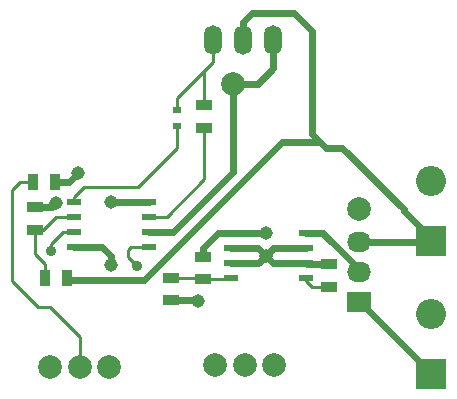
<source format=gtl>
G04 #@! TF.FileFunction,Copper,L1,Top,Signal*
%FSLAX46Y46*%
G04 Gerber Fmt 4.6, Leading zero omitted, Abs format (unit mm)*
G04 Created by KiCad (PCBNEW 0.201502010101+5397~21~ubuntu14.04.1-product) date Thu 26 Feb 2015 12:27:09 AM EST*
%MOMM*%
G01*
G04 APERTURE LIST*
%ADD10C,0.100000*%
%ADD11R,0.700000X0.600000*%
%ADD12O,1.501140X2.499360*%
%ADD13R,0.889000X1.397000*%
%ADD14R,1.397000X0.889000*%
%ADD15C,1.998980*%
%ADD16R,1.143000X0.508000*%
%ADD17R,2.540000X2.540000*%
%ADD18O,2.540000X2.540000*%
%ADD19R,2.032000X1.727200*%
%ADD20O,2.032000X1.727200*%
%ADD21C,2.000000*%
%ADD22C,1.143000*%
%ADD23C,0.889000*%
%ADD24C,0.609600*%
%ADD25C,0.254000*%
G04 APERTURE END LIST*
D10*
D11*
X121793000Y-58101000D03*
X121793000Y-59501000D03*
D12*
X127381000Y-52197000D03*
X124841000Y-52197000D03*
X129921000Y-52197000D03*
D13*
X111442500Y-64262000D03*
X109537500Y-64262000D03*
X112458500Y-72390000D03*
X110553500Y-72390000D03*
D14*
X109728000Y-68262500D03*
X109728000Y-66357500D03*
X134620000Y-73088500D03*
X134620000Y-71183500D03*
X123952000Y-70548500D03*
X123952000Y-72453500D03*
X121285000Y-72326500D03*
X121285000Y-74231500D03*
X124079000Y-57721500D03*
X124079000Y-59626500D03*
D15*
X126522699Y-55910699D03*
X137129301Y-66517301D03*
D16*
X119380000Y-65913000D03*
X119380000Y-67183000D03*
X119380000Y-68453000D03*
X119380000Y-69723000D03*
X113030000Y-69723000D03*
X113030000Y-68453000D03*
X113030000Y-67183000D03*
X113030000Y-65913000D03*
X132715000Y-68580000D03*
X132715000Y-69850000D03*
X132715000Y-71120000D03*
X132715000Y-72390000D03*
X126365000Y-72390000D03*
X126365000Y-71120000D03*
X126365000Y-69850000D03*
X126365000Y-68580000D03*
D17*
X143256000Y-80518000D03*
D18*
X143256000Y-75438000D03*
D17*
X143256000Y-69215000D03*
D18*
X143256000Y-64135000D03*
D19*
X137160000Y-74422000D03*
D20*
X137160000Y-71882000D03*
X137160000Y-69342000D03*
D21*
X130008000Y-79756000D03*
X127508000Y-79756000D03*
X125008000Y-79756000D03*
X116038000Y-79883000D03*
X113538000Y-79883000D03*
X111038000Y-79883000D03*
D22*
X129286000Y-68580000D03*
X113411000Y-63500000D03*
X116205000Y-65913000D03*
X129286000Y-70485000D03*
X116205000Y-71247000D03*
X111506000Y-66040000D03*
X123571000Y-74295000D03*
D23*
X111125000Y-70104000D03*
X118364000Y-71374000D03*
D24*
X123952000Y-70548500D02*
X123952000Y-69850000D01*
X125222000Y-68580000D02*
X126365000Y-68580000D01*
X123952000Y-69850000D02*
X125222000Y-68580000D01*
X126365000Y-68580000D02*
X129286000Y-68580000D01*
X112649000Y-64262000D02*
X113411000Y-63500000D01*
X112649000Y-64262000D02*
X111442500Y-64262000D01*
X116205000Y-65913000D02*
X119380000Y-65913000D01*
X134620000Y-71183500D02*
X132778500Y-71183500D01*
X132778500Y-71183500D02*
X132715000Y-71120000D01*
X132715000Y-71120000D02*
X129921000Y-71120000D01*
X129921000Y-71120000D02*
X129286000Y-70485000D01*
X126365000Y-71120000D02*
X128651000Y-71120000D01*
X128651000Y-71120000D02*
X129286000Y-70485000D01*
X126365000Y-69850000D02*
X128651000Y-69850000D01*
X129921000Y-69850000D02*
X129286000Y-70485000D01*
X129921000Y-69850000D02*
X132715000Y-69850000D01*
X128651000Y-69850000D02*
X129286000Y-70485000D01*
X113030000Y-69723000D02*
X115443000Y-69723000D01*
X116205000Y-70485000D02*
X116205000Y-71247000D01*
X115443000Y-69723000D02*
X116205000Y-70485000D01*
X111188500Y-66357500D02*
X111506000Y-66040000D01*
X109728000Y-66357500D02*
X111188500Y-66357500D01*
X123507500Y-74231500D02*
X123571000Y-74295000D01*
X121285000Y-74231500D02*
X123507500Y-74231500D01*
X137160000Y-71882000D02*
X137160000Y-71628000D01*
X137160000Y-71628000D02*
X134112000Y-68580000D01*
X134112000Y-68580000D02*
X132715000Y-68580000D01*
X134747000Y-69215000D02*
X134112000Y-68580000D01*
D25*
X121793000Y-58101000D02*
X121793000Y-57150000D01*
X121793000Y-57150000D02*
X124333000Y-54610000D01*
X124079000Y-57721500D02*
X124079000Y-54864000D01*
X124841000Y-54102000D02*
X124841000Y-52197000D01*
X124079000Y-54864000D02*
X124333000Y-54610000D01*
X124333000Y-54610000D02*
X124841000Y-54102000D01*
X121793000Y-59501000D02*
X121793000Y-61341000D01*
X113030000Y-65532000D02*
X113030000Y-65913000D01*
X113919000Y-64643000D02*
X113030000Y-65532000D01*
X118491000Y-64643000D02*
X113919000Y-64643000D01*
X121793000Y-61341000D02*
X118491000Y-64643000D01*
D24*
X143256000Y-80391000D02*
X143256000Y-80518000D01*
X137287000Y-74422000D02*
X143256000Y-80391000D01*
X137160000Y-74422000D02*
X137287000Y-74422000D01*
X112585500Y-72517000D02*
X118999000Y-72517000D01*
X130683000Y-60833000D02*
X133858000Y-60833000D01*
X130683000Y-60833000D02*
X118999000Y-72517000D01*
X112585500Y-72517000D02*
X112458500Y-72390000D01*
X140970000Y-66548000D02*
X135763000Y-61341000D01*
X134366000Y-61341000D02*
X133858000Y-60833000D01*
X135763000Y-61341000D02*
X134366000Y-61341000D01*
X140970000Y-66548000D02*
X140970000Y-66548000D01*
X133858000Y-60833000D02*
X133223000Y-60198000D01*
X133223000Y-60198000D02*
X133223000Y-51435000D01*
X127381000Y-50673000D02*
X127381000Y-52197000D01*
X128143000Y-49911000D02*
X127381000Y-50673000D01*
X131699000Y-49911000D02*
X128143000Y-49911000D01*
X133223000Y-51435000D02*
X131699000Y-49911000D01*
X143256000Y-68961000D02*
X143256000Y-69215000D01*
X140970000Y-66675000D02*
X143256000Y-68961000D01*
X140970000Y-66548000D02*
X140970000Y-66675000D01*
X143129000Y-69342000D02*
X143256000Y-69215000D01*
X137160000Y-69342000D02*
X143129000Y-69342000D01*
X119380000Y-68453000D02*
X121412000Y-68453000D01*
X126522699Y-63342301D02*
X126522699Y-55910699D01*
X121412000Y-68453000D02*
X126522699Y-63342301D01*
X129921000Y-54610000D02*
X128620301Y-55910699D01*
X128620301Y-55910699D02*
X126522699Y-55910699D01*
X129921000Y-52197000D02*
X129921000Y-54610000D01*
D25*
X109728000Y-68262500D02*
X109728000Y-70358000D01*
X110553500Y-71183500D02*
X110553500Y-72390000D01*
X109728000Y-70358000D02*
X110553500Y-71183500D01*
X109728000Y-68262500D02*
X110426500Y-68262500D01*
X110426500Y-68262500D02*
X111506000Y-67183000D01*
X111506000Y-67183000D02*
X113030000Y-67183000D01*
X112966500Y-67246500D02*
X113030000Y-67183000D01*
X134620000Y-73088500D02*
X133159500Y-73088500D01*
X133159500Y-73088500D02*
X132715000Y-72644000D01*
X132715000Y-72644000D02*
X132715000Y-72390000D01*
X121285000Y-72326500D02*
X123825000Y-72326500D01*
X123825000Y-72326500D02*
X123952000Y-72453500D01*
X123952000Y-72453500D02*
X126301500Y-72453500D01*
X126301500Y-72453500D02*
X126365000Y-72390000D01*
X124079000Y-59626500D02*
X124079000Y-64008000D01*
X120904000Y-67183000D02*
X119380000Y-67183000D01*
X124079000Y-64008000D02*
X120904000Y-67183000D01*
X113030000Y-68453000D02*
X112141000Y-68453000D01*
X111125000Y-69469000D02*
X111125000Y-70104000D01*
X112141000Y-68453000D02*
X111125000Y-69469000D01*
X113538000Y-79883000D02*
X113538000Y-77343000D01*
X108458000Y-64262000D02*
X109537500Y-64262000D01*
X107823000Y-64897000D02*
X108458000Y-64262000D01*
X107823000Y-72644000D02*
X107823000Y-64897000D01*
X109982000Y-74803000D02*
X107823000Y-72644000D01*
X110998000Y-74803000D02*
X109982000Y-74803000D01*
X113538000Y-77343000D02*
X110998000Y-74803000D01*
X119380000Y-69723000D02*
X117856000Y-69723000D01*
X117602000Y-70612000D02*
X118364000Y-71374000D01*
X117602000Y-69977000D02*
X117602000Y-70612000D01*
X117856000Y-69723000D02*
X117602000Y-69977000D01*
M02*

</source>
